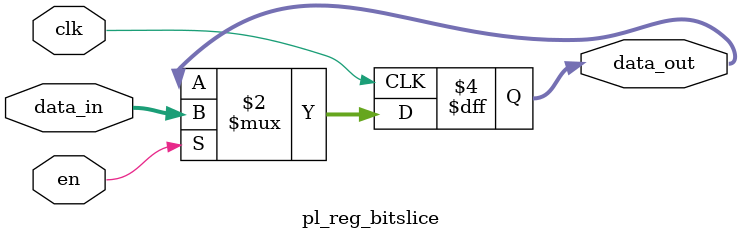
<source format=sv>
module pl_reg_bitslice #(parameter W=8) (
    input clk, en,
    input [W-1:0] data_in,
    output reg [W-1:0] data_out
);
    // Directly register the output with enable logic
    // This eliminates the intermediate register and moves the register stage
    // forward through the assignment logic
    always @(posedge clk) begin
        if (en)
            data_out <= data_in;
    end
endmodule
</source>
